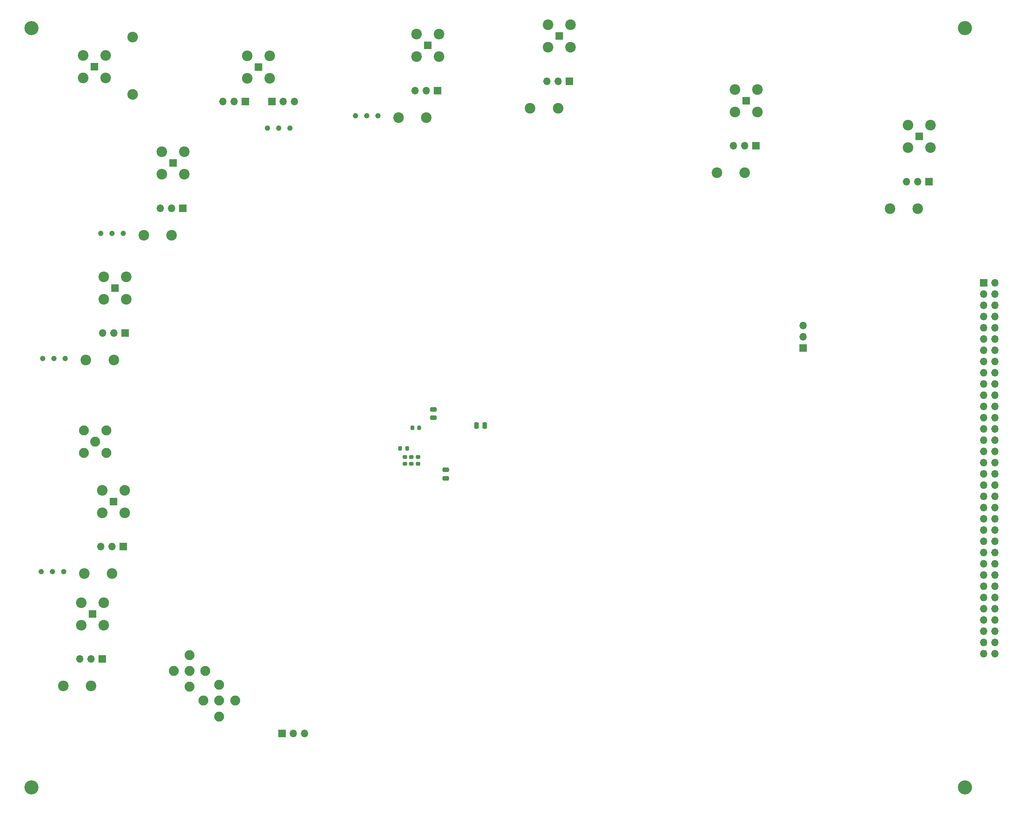
<source format=gbr>
%TF.GenerationSoftware,KiCad,Pcbnew,7.0.1-0*%
%TF.CreationDate,2023-04-17T18:48:32+01:00*%
%TF.ProjectId,cyborg65r2_thermo_pcb,6379626f-7267-4363-9572-325f74686572,rev?*%
%TF.SameCoordinates,Original*%
%TF.FileFunction,Soldermask,Bot*%
%TF.FilePolarity,Negative*%
%FSLAX46Y46*%
G04 Gerber Fmt 4.6, Leading zero omitted, Abs format (unit mm)*
G04 Created by KiCad (PCBNEW 7.0.1-0) date 2023-04-17 18:48:32*
%MOMM*%
%LPD*%
G01*
G04 APERTURE LIST*
G04 Aperture macros list*
%AMRoundRect*
0 Rectangle with rounded corners*
0 $1 Rounding radius*
0 $2 $3 $4 $5 $6 $7 $8 $9 X,Y pos of 4 corners*
0 Add a 4 corners polygon primitive as box body*
4,1,4,$2,$3,$4,$5,$6,$7,$8,$9,$2,$3,0*
0 Add four circle primitives for the rounded corners*
1,1,$1+$1,$2,$3*
1,1,$1+$1,$4,$5*
1,1,$1+$1,$6,$7*
1,1,$1+$1,$8,$9*
0 Add four rect primitives between the rounded corners*
20,1,$1+$1,$2,$3,$4,$5,0*
20,1,$1+$1,$4,$5,$6,$7,0*
20,1,$1+$1,$6,$7,$8,$9,0*
20,1,$1+$1,$8,$9,$2,$3,0*%
G04 Aperture macros list end*
%ADD10R,1.785000X1.785000*%
%ADD11C,2.400000*%
%ADD12C,1.240000*%
%ADD13R,1.700000X1.700000*%
%ADD14O,1.700000X1.700000*%
%ADD15C,3.200000*%
%ADD16C,2.250000*%
%ADD17RoundRect,0.250000X-0.475000X0.250000X-0.475000X-0.250000X0.475000X-0.250000X0.475000X0.250000X0*%
%ADD18RoundRect,0.225000X0.225000X0.250000X-0.225000X0.250000X-0.225000X-0.250000X0.225000X-0.250000X0*%
%ADD19RoundRect,0.225000X-0.250000X0.225000X-0.250000X-0.225000X0.250000X-0.225000X0.250000X0.225000X0*%
%ADD20RoundRect,0.250000X-0.250000X-0.475000X0.250000X-0.475000X0.250000X0.475000X-0.250000X0.475000X0*%
%ADD21RoundRect,0.250000X0.475000X-0.250000X0.475000X0.250000X-0.475000X0.250000X-0.475000X-0.250000X0*%
G04 APERTURE END LIST*
D10*
%TO.C,J19*%
X145395000Y-79750000D03*
D11*
X142855000Y-82290000D03*
X147935000Y-82290000D03*
X147935000Y-77210000D03*
X142855000Y-77210000D03*
%TD*%
%TO.C,J26*%
X129405000Y-153695000D03*
X134485000Y-153695000D03*
X134485000Y-158775000D03*
X129405000Y-158775000D03*
D10*
X131945000Y-156235000D03*
%TD*%
D11*
%TO.C,J9*%
X232435000Y-67340000D03*
%TD*%
%TO.C,J21*%
X132015000Y-124290000D03*
%TD*%
D12*
%TO.C,VR2*%
X121065000Y-123890000D03*
X118525000Y-123890000D03*
X115985000Y-123890000D03*
%TD*%
D13*
%TO.C,J38*%
X161785000Y-65820000D03*
D14*
X159245000Y-65820000D03*
X156705000Y-65820000D03*
%TD*%
D13*
%TO.C,J41*%
X287790000Y-121526199D03*
D14*
X287790000Y-118986199D03*
X287790000Y-116446199D03*
%TD*%
D15*
%TO.C,H1*%
X113400000Y-49225000D03*
%TD*%
D11*
%TO.C,J1*%
X313740000Y-90050000D03*
%TD*%
%TO.C,J29*%
X202675000Y-69485000D03*
%TD*%
D13*
%TO.C,J36*%
X167735000Y-65820000D03*
D14*
X170275000Y-65820000D03*
X172815000Y-65820000D03*
%TD*%
D16*
%TO.C,J47*%
X125275000Y-145280000D03*
X125275000Y-140200000D03*
X130355000Y-140200000D03*
X130355000Y-145280000D03*
X127815000Y-142740000D03*
%TD*%
D11*
%TO.C,J15*%
X124645000Y-179100000D03*
X129725000Y-179100000D03*
X129725000Y-184180000D03*
X124645000Y-184180000D03*
D10*
X127185000Y-181640000D03*
%TD*%
D11*
%TO.C,J17*%
X145095000Y-96050000D03*
%TD*%
%TO.C,J2*%
X307440000Y-90050000D03*
%TD*%
%TO.C,J23*%
X131645000Y-172535000D03*
%TD*%
%TO.C,J18*%
X138785000Y-96050000D03*
%TD*%
D13*
%TO.C,J20*%
X147625000Y-89950000D03*
D14*
X145085000Y-89950000D03*
X142545000Y-89950000D03*
%TD*%
D11*
%TO.C,J13*%
X126885000Y-197940000D03*
%TD*%
D10*
%TO.C,J37*%
X164680000Y-58090000D03*
D11*
X162140000Y-60630000D03*
X167220000Y-60630000D03*
X167220000Y-55550000D03*
X162140000Y-55550000D03*
%TD*%
D14*
%TO.C,J48*%
X175110000Y-208665000D03*
X172570000Y-208665000D03*
D13*
X170030000Y-208665000D03*
%TD*%
D11*
%TO.C,J14*%
X120575000Y-197940000D03*
%TD*%
%TO.C,J24*%
X125325000Y-172535000D03*
%TD*%
D15*
%TO.C,H2*%
X324400000Y-49225000D03*
%TD*%
D10*
%TO.C,J11*%
X232735000Y-51040000D03*
D11*
X230195000Y-53580000D03*
X235275000Y-53580000D03*
X235275000Y-48500000D03*
X230195000Y-48500000D03*
%TD*%
D14*
%TO.C,J16*%
X124335000Y-191840000D03*
X126875000Y-191840000D03*
D13*
X129415000Y-191840000D03*
%TD*%
D16*
%TO.C,J40*%
X155847887Y-204839136D03*
X152255785Y-201247034D03*
X155847887Y-197654932D03*
X159439989Y-201247034D03*
X155847887Y-201247034D03*
%TD*%
D14*
%TO.C,J27*%
X129465000Y-118190000D03*
X132005000Y-118190000D03*
D13*
X134545000Y-118190000D03*
%TD*%
D10*
%TO.C,J7*%
X274935000Y-65665000D03*
D11*
X272395000Y-68205000D03*
X277475000Y-68205000D03*
X277475000Y-63125000D03*
X272395000Y-63125000D03*
%TD*%
D12*
%TO.C,VR1*%
X129065000Y-95650000D03*
X131605000Y-95650000D03*
X134145000Y-95650000D03*
%TD*%
D11*
%TO.C,J34*%
X136305000Y-51265000D03*
%TD*%
D13*
%TO.C,J4*%
X316280000Y-83950000D03*
D14*
X313740000Y-83950000D03*
X311200000Y-83950000D03*
%TD*%
D11*
%TO.C,J5*%
X274645000Y-81965000D03*
%TD*%
D14*
%TO.C,J28*%
X129095000Y-166435000D03*
X131635000Y-166435000D03*
D13*
X134175000Y-166435000D03*
%TD*%
%TO.C,J8*%
X277175000Y-75865000D03*
D14*
X274635000Y-75865000D03*
X272095000Y-75865000D03*
%TD*%
D11*
%TO.C,J6*%
X268335000Y-81965000D03*
%TD*%
D12*
%TO.C,VR4*%
X191725000Y-69085000D03*
X189185000Y-69085000D03*
X186645000Y-69085000D03*
%TD*%
D14*
%TO.C,J46*%
X331200000Y-190625000D03*
X328660000Y-190625000D03*
X331200000Y-188085000D03*
X328660000Y-188085000D03*
X331200000Y-185545000D03*
X328660000Y-185545000D03*
X331200000Y-183005000D03*
X328660000Y-183005000D03*
X331200000Y-180465000D03*
X328660000Y-180465000D03*
X331200000Y-177925000D03*
X328660000Y-177925000D03*
X331200000Y-175385000D03*
X328660000Y-175385000D03*
X331200000Y-172845000D03*
X328660000Y-172845000D03*
X331200000Y-170305000D03*
X328660000Y-170305000D03*
X331200000Y-167765000D03*
X328660000Y-167765000D03*
X331200000Y-165225000D03*
X328660000Y-165225000D03*
X331200000Y-162685000D03*
X328660000Y-162685000D03*
X331200000Y-160145000D03*
X328660000Y-160145000D03*
X331200000Y-157605000D03*
X328660000Y-157605000D03*
X331200000Y-155065000D03*
X328660000Y-155065000D03*
X331200000Y-152525000D03*
X328660000Y-152525000D03*
X331200000Y-149985000D03*
X328660000Y-149985000D03*
X331200000Y-147445000D03*
X328660000Y-147445000D03*
X331200000Y-144905000D03*
X328660000Y-144905000D03*
X331200000Y-142365000D03*
X328660000Y-142365000D03*
X331200000Y-139825000D03*
X328660000Y-139825000D03*
X331200000Y-137285000D03*
X328660000Y-137285000D03*
X331200000Y-134745000D03*
X328660000Y-134745000D03*
X331200000Y-132205000D03*
X328660000Y-132205000D03*
X331200000Y-129665000D03*
X328660000Y-129665000D03*
X331200000Y-127125000D03*
X328660000Y-127125000D03*
X331200000Y-124585000D03*
X328660000Y-124585000D03*
X331200000Y-122045000D03*
X328660000Y-122045000D03*
X331200000Y-119505000D03*
X328660000Y-119505000D03*
X331200000Y-116965000D03*
X328660000Y-116965000D03*
X331200000Y-114425000D03*
X328660000Y-114425000D03*
X331200000Y-111885000D03*
X328660000Y-111885000D03*
X331200000Y-109345000D03*
X328660000Y-109345000D03*
X331200000Y-106805000D03*
D13*
X328660000Y-106805000D03*
%TD*%
D11*
%TO.C,J35*%
X136305000Y-64265000D03*
%TD*%
%TO.C,J22*%
X125695000Y-124290000D03*
%TD*%
D10*
%TO.C,J3*%
X314040000Y-73750000D03*
D11*
X311500000Y-76290000D03*
X316580000Y-76290000D03*
X316580000Y-71210000D03*
X311500000Y-71210000D03*
%TD*%
D16*
%TO.C,J39*%
X149139989Y-198139136D03*
X145547887Y-194547034D03*
X149139989Y-190954932D03*
X152732091Y-194547034D03*
X149139989Y-194547034D03*
%TD*%
D11*
%TO.C,J25*%
X129775000Y-105450000D03*
X134855000Y-105450000D03*
X134855000Y-110530000D03*
X129775000Y-110530000D03*
D10*
X132315000Y-107990000D03*
%TD*%
D11*
%TO.C,J10*%
X226135000Y-67340000D03*
%TD*%
D15*
%TO.C,H3*%
X113400000Y-220905000D03*
%TD*%
D12*
%TO.C,VR3*%
X120695000Y-172135000D03*
X118155000Y-172135000D03*
X115615000Y-172135000D03*
%TD*%
D13*
%TO.C,J12*%
X234970000Y-61240000D03*
D14*
X232430000Y-61240000D03*
X229890000Y-61240000D03*
%TD*%
D11*
%TO.C,J31*%
X200435000Y-50645000D03*
X205515000Y-50645000D03*
X205515000Y-55725000D03*
X200435000Y-55725000D03*
D10*
X202975000Y-53185000D03*
%TD*%
D15*
%TO.C,H4*%
X324400000Y-220905000D03*
%TD*%
D12*
%TO.C,VR5*%
X166720000Y-71820000D03*
X169260000Y-71820000D03*
X171800000Y-71820000D03*
%TD*%
D10*
%TO.C,J33*%
X127625000Y-58015000D03*
D11*
X130165000Y-60555000D03*
X130165000Y-55475000D03*
X125085000Y-55475000D03*
X125085000Y-60555000D03*
%TD*%
D14*
%TO.C,J32*%
X200125000Y-63385000D03*
X202665000Y-63385000D03*
D13*
X205205000Y-63385000D03*
%TD*%
D11*
%TO.C,J30*%
X196355000Y-69485000D03*
%TD*%
D17*
%TO.C,C7*%
X207063312Y-150997000D03*
X207063312Y-149097000D03*
%TD*%
D18*
%TO.C,C4*%
X196758312Y-144237000D03*
X198308312Y-144237000D03*
%TD*%
D19*
%TO.C,C3*%
X200803312Y-147717000D03*
X200803312Y-146167000D03*
%TD*%
D20*
%TO.C,C8*%
X215855000Y-139105000D03*
X213955000Y-139105000D03*
%TD*%
D18*
%TO.C,C1*%
X201043312Y-139627000D03*
X199493312Y-139627000D03*
%TD*%
D19*
%TO.C,C5*%
X199293312Y-147717000D03*
X199293312Y-146167000D03*
%TD*%
%TO.C,C2*%
X197793312Y-147712000D03*
X197793312Y-146162000D03*
%TD*%
D21*
%TO.C,C6*%
X204233312Y-135407000D03*
X204233312Y-137307000D03*
%TD*%
M02*

</source>
